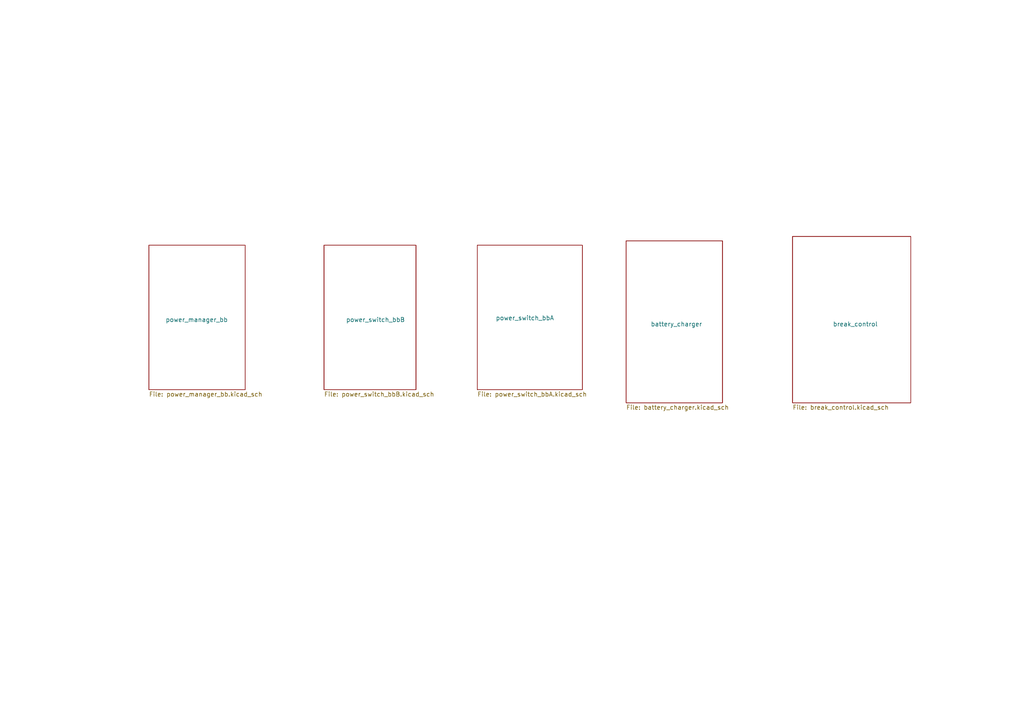
<source format=kicad_sch>
(kicad_sch
	(version 20250114)
	(generator "eeschema")
	(generator_version "9.0")
	(uuid "164def8b-47e5-45df-ad5a-f5307e8b0f23")
	(paper "A4")
	(lib_symbols)
	(sheet
		(at 138.43 71.12)
		(size 30.48 41.91)
		(exclude_from_sim no)
		(in_bom yes)
		(on_board yes)
		(dnp no)
		(stroke
			(width 0.1524)
			(type solid)
		)
		(fill
			(color 0 0 0 0.0000)
		)
		(uuid "5053a29f-6eeb-465c-a8a6-1a14483ce333")
		(property "Sheetname" "power_switch_bbA"
			(at 143.764 92.964 0)
			(effects
				(font
					(size 1.27 1.27)
				)
				(justify left bottom)
			)
		)
		(property "Sheetfile" "power_switch_bbA.kicad_sch"
			(at 138.43 113.6146 0)
			(effects
				(font
					(size 1.27 1.27)
				)
				(justify left top)
			)
		)
		(instances
			(project "breakoutpcbs"
				(path "/164def8b-47e5-45df-ad5a-f5307e8b0f23"
					(page "4")
				)
			)
		)
	)
	(sheet
		(at 229.87 68.58)
		(size 34.29 48.26)
		(exclude_from_sim no)
		(in_bom yes)
		(on_board yes)
		(dnp no)
		(stroke
			(width 0.1524)
			(type solid)
		)
		(fill
			(color 0 0 0 0.0000)
		)
		(uuid "6473b973-a331-47c6-86ec-edf4d9af8870")
		(property "Sheetname" "break_control"
			(at 241.554 94.742 0)
			(effects
				(font
					(size 1.27 1.27)
				)
				(justify left bottom)
			)
		)
		(property "Sheetfile" "break_control.kicad_sch"
			(at 229.87 117.4246 0)
			(effects
				(font
					(size 1.27 1.27)
				)
				(justify left top)
			)
		)
		(instances
			(project "breakoutpcbs"
				(path "/164def8b-47e5-45df-ad5a-f5307e8b0f23"
					(page "6")
				)
			)
		)
	)
	(sheet
		(at 93.98 71.12)
		(size 26.67 41.91)
		(exclude_from_sim no)
		(in_bom yes)
		(on_board yes)
		(dnp no)
		(stroke
			(width 0.1524)
			(type solid)
		)
		(fill
			(color 0 0 0 0.0000)
		)
		(uuid "718ddc52-fb82-424e-8990-6d0f460868bc")
		(property "Sheetname" "power_switch_bbB"
			(at 100.33 93.472 0)
			(effects
				(font
					(size 1.27 1.27)
				)
				(justify left bottom)
			)
		)
		(property "Sheetfile" "power_switch_bbB.kicad_sch"
			(at 93.98 113.6146 0)
			(effects
				(font
					(size 1.27 1.27)
				)
				(justify left top)
			)
		)
		(instances
			(project "breakoutpcbs"
				(path "/164def8b-47e5-45df-ad5a-f5307e8b0f23"
					(page "3")
				)
			)
		)
	)
	(sheet
		(at 181.61 69.85)
		(size 27.94 46.99)
		(exclude_from_sim no)
		(in_bom yes)
		(on_board yes)
		(dnp no)
		(stroke
			(width 0.1524)
			(type solid)
		)
		(fill
			(color 0 0 0 0.0000)
		)
		(uuid "817be1f3-c263-499d-b078-8973b8115c19")
		(property "Sheetname" "battery_charger"
			(at 188.722 94.742 0)
			(effects
				(font
					(size 1.27 1.27)
				)
				(justify left bottom)
			)
		)
		(property "Sheetfile" "battery_charger.kicad_sch"
			(at 181.61 117.4246 0)
			(effects
				(font
					(size 1.27 1.27)
				)
				(justify left top)
			)
		)
		(instances
			(project "breakoutpcbs"
				(path "/164def8b-47e5-45df-ad5a-f5307e8b0f23"
					(page "5")
				)
			)
		)
	)
	(sheet
		(at 43.18 71.12)
		(size 27.94 41.91)
		(exclude_from_sim no)
		(in_bom yes)
		(on_board yes)
		(dnp no)
		(stroke
			(width 0.1524)
			(type solid)
		)
		(fill
			(color 0 0 0 0.0000)
		)
		(uuid "de052eed-e07d-4893-89f4-9fbd4b68c24b")
		(property "Sheetname" "power_manager_bb"
			(at 48.006 93.472 0)
			(effects
				(font
					(size 1.27 1.27)
				)
				(justify left bottom)
			)
		)
		(property "Sheetfile" "power_manager_bb.kicad_sch"
			(at 43.18 113.6146 0)
			(effects
				(font
					(size 1.27 1.27)
				)
				(justify left top)
			)
		)
		(instances
			(project "breakoutpcbs"
				(path "/164def8b-47e5-45df-ad5a-f5307e8b0f23"
					(page "2")
				)
			)
		)
	)
	(sheet_instances
		(path "/"
			(page "1")
		)
	)
	(embedded_fonts no)
)

</source>
